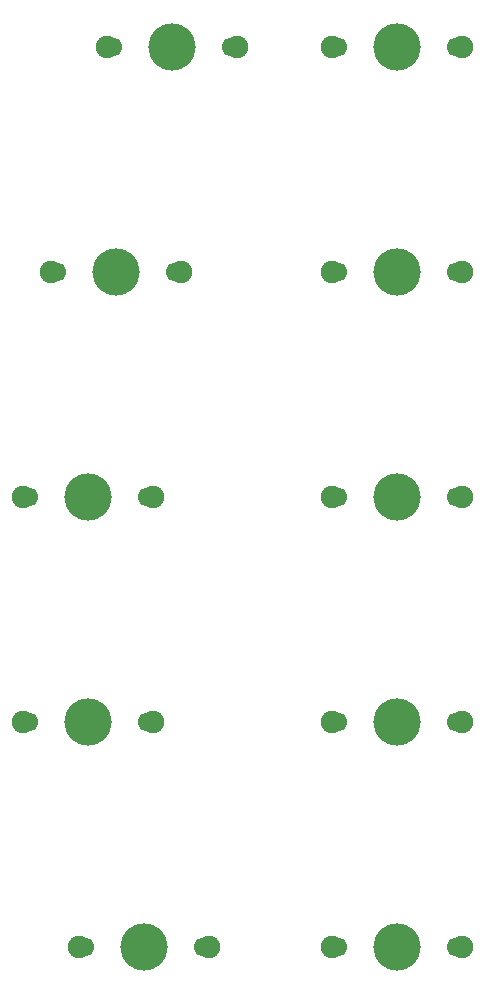
<source format=gts>
G04 #@! TF.GenerationSoftware,KiCad,Pcbnew,(5.1.9)-1*
G04 #@! TF.CreationDate,2021-04-15T23:23:49+09:00*
G04 #@! TF.ProjectId,ProMicro__________,50726f4d-6963-4726-9ffa-7f5fe6e135fa,rev?*
G04 #@! TF.SameCoordinates,Original*
G04 #@! TF.FileFunction,Soldermask,Top*
G04 #@! TF.FilePolarity,Negative*
%FSLAX46Y46*%
G04 Gerber Fmt 4.6, Leading zero omitted, Abs format (unit mm)*
G04 Created by KiCad (PCBNEW (5.1.9)-1) date 2021-04-15 23:23:49*
%MOMM*%
%LPD*%
G01*
G04 APERTURE LIST*
%ADD10C,1.700000*%
%ADD11C,1.900000*%
%ADD12C,4.000000*%
G04 APERTURE END LIST*
D10*
X35313750Y26550000D03*
X45473750Y26550000D03*
D11*
X45893750Y26550000D03*
X34893750Y26550000D03*
D12*
X40393750Y26550000D03*
D10*
X61507500Y26550000D03*
X71667500Y26550000D03*
D11*
X72087500Y26550000D03*
X61087500Y26550000D03*
D12*
X66587500Y26550000D03*
D10*
X61507500Y64650000D03*
X71667500Y64650000D03*
D11*
X72087500Y64650000D03*
X61087500Y64650000D03*
D12*
X66587500Y64650000D03*
D10*
X61507500Y83700000D03*
X71667500Y83700000D03*
D11*
X72087500Y83700000D03*
X61087500Y83700000D03*
D12*
X66587500Y83700000D03*
D10*
X42457500Y83700000D03*
X52617500Y83700000D03*
D11*
X53037500Y83700000D03*
X42037500Y83700000D03*
D12*
X47537500Y83700000D03*
X42775000Y64650000D03*
D11*
X37275000Y64650000D03*
X48275000Y64650000D03*
D10*
X47855000Y64650000D03*
X37695000Y64650000D03*
X35313750Y45600000D03*
X45473750Y45600000D03*
D11*
X45893750Y45600000D03*
X34893750Y45600000D03*
D12*
X40393750Y45600000D03*
D10*
X40076250Y7500000D03*
X50236250Y7500000D03*
D11*
X50656250Y7500000D03*
X39656250Y7500000D03*
D12*
X45156250Y7500000D03*
D10*
X61507500Y45600000D03*
X71667500Y45600000D03*
D11*
X72087500Y45600000D03*
X61087500Y45600000D03*
D12*
X66587500Y45600000D03*
X66587500Y7500000D03*
D11*
X61087500Y7500000D03*
X72087500Y7500000D03*
D10*
X71667500Y7500000D03*
X61507500Y7500000D03*
M02*

</source>
